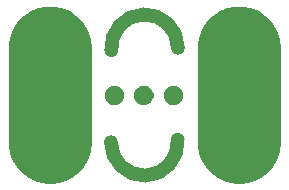
<source format=gbs>
%TF.GenerationSoftware,KiCad,Pcbnew,4.0.7-e2-6376~58~ubuntu16.04.1*%
%TF.CreationDate,2017-10-07T12:25:07-07:00*%
%TF.ProjectId,2x3-Slide-Switch-EG1218-TH,3278332D536C6964652D537769746368,v1.3*%
%TF.FileFunction,Soldermask,Bot*%
%FSLAX46Y46*%
G04 Gerber Fmt 4.6, Leading zero omitted, Abs format (unit mm)*
G04 Created by KiCad (PCBNEW 4.0.7-e2-6376~58~ubuntu16.04.1) date Sat Oct  7 12:25:07 2017*
%MOMM*%
%LPD*%
G01*
G04 APERTURE LIST*
%ADD10C,0.350000*%
%ADD11C,1.200000*%
%ADD12C,7.000000*%
G04 APERTURE END LIST*
D10*
D11*
X16387233Y-33218120D02*
G75*
G03X10741120Y-33421320I-2826713J0D01*
G01*
D12*
X5559520Y-33219120D02*
X5559520Y-41219120D01*
X21559520Y-33219120D02*
X21559520Y-41219120D01*
D11*
X10715720Y-41219120D02*
G75*
G03X16361833Y-41015920I2826713J0D01*
G01*
D10*
G36*
X5924644Y-37745233D02*
X6592431Y-37882310D01*
X7220889Y-38146489D01*
X7786058Y-38527701D01*
X8266419Y-39011427D01*
X8643675Y-39579244D01*
X8903457Y-40209523D01*
X9035802Y-40877912D01*
X9035802Y-40877922D01*
X9035869Y-40878261D01*
X9024996Y-41656911D01*
X9024920Y-41657245D01*
X9024920Y-41657258D01*
X8873964Y-42321692D01*
X8596686Y-42944469D01*
X8203720Y-43501532D01*
X7710039Y-43971659D01*
X7134446Y-44336942D01*
X6498861Y-44583469D01*
X5827503Y-44701848D01*
X5145933Y-44687570D01*
X4480115Y-44541181D01*
X3855413Y-44268255D01*
X3295624Y-43879192D01*
X2822063Y-43388805D01*
X2452770Y-42815773D01*
X2201810Y-42181923D01*
X2078749Y-41511411D01*
X2088266Y-40829758D01*
X2230004Y-40162934D01*
X2498560Y-39536344D01*
X2883710Y-38973848D01*
X3370778Y-38496876D01*
X3941217Y-38123591D01*
X4573296Y-37868214D01*
X5242936Y-37740474D01*
X5924644Y-37745233D01*
X5924644Y-37745233D01*
G37*
G36*
X21924644Y-37745233D02*
X22592431Y-37882310D01*
X23220889Y-38146489D01*
X23786058Y-38527701D01*
X24266419Y-39011427D01*
X24643675Y-39579244D01*
X24903457Y-40209523D01*
X25035802Y-40877912D01*
X25035802Y-40877922D01*
X25035869Y-40878261D01*
X25024996Y-41656911D01*
X25024920Y-41657245D01*
X25024920Y-41657258D01*
X24873964Y-42321692D01*
X24596686Y-42944469D01*
X24203720Y-43501532D01*
X23710039Y-43971659D01*
X23134446Y-44336942D01*
X22498861Y-44583469D01*
X21827503Y-44701848D01*
X21145933Y-44687570D01*
X20480115Y-44541181D01*
X19855413Y-44268255D01*
X19295624Y-43879192D01*
X18822063Y-43388805D01*
X18452770Y-42815773D01*
X18201810Y-42181923D01*
X18078749Y-41511411D01*
X18088266Y-40829758D01*
X18230004Y-40162934D01*
X18498560Y-39536344D01*
X18883710Y-38973848D01*
X19370778Y-38496876D01*
X19941217Y-38123591D01*
X20573296Y-37868214D01*
X21242936Y-37740474D01*
X21924644Y-37745233D01*
X21924644Y-37745233D01*
G37*
G36*
X11085703Y-36418369D02*
X11244413Y-36450948D01*
X11393786Y-36513738D01*
X11528110Y-36604342D01*
X11642279Y-36719310D01*
X11731941Y-36854263D01*
X11793685Y-37004064D01*
X11822874Y-37151480D01*
X11825156Y-37163007D01*
X11822572Y-37348071D01*
X11822494Y-37348414D01*
X11822494Y-37348418D01*
X11786675Y-37506075D01*
X11720775Y-37654089D01*
X11627377Y-37786488D01*
X11510041Y-37898226D01*
X11373237Y-37985045D01*
X11222177Y-38043637D01*
X11062614Y-38071773D01*
X10900621Y-38068379D01*
X10742373Y-38033586D01*
X10593897Y-37968718D01*
X10460853Y-37876250D01*
X10348300Y-37759698D01*
X10260528Y-37623502D01*
X10200880Y-37472849D01*
X10171633Y-37313492D01*
X10173894Y-37151480D01*
X10207582Y-36992992D01*
X10271410Y-36844069D01*
X10362951Y-36710378D01*
X10478713Y-36597015D01*
X10614293Y-36508294D01*
X10764522Y-36447597D01*
X10923675Y-36417238D01*
X11085703Y-36418369D01*
X11085703Y-36418369D01*
G37*
G36*
X13585703Y-36418369D02*
X13744413Y-36450948D01*
X13893786Y-36513738D01*
X14028110Y-36604342D01*
X14142279Y-36719310D01*
X14231941Y-36854263D01*
X14293685Y-37004064D01*
X14322874Y-37151480D01*
X14325156Y-37163007D01*
X14322572Y-37348071D01*
X14322494Y-37348414D01*
X14322494Y-37348418D01*
X14286675Y-37506075D01*
X14220775Y-37654089D01*
X14127377Y-37786488D01*
X14010041Y-37898226D01*
X13873237Y-37985045D01*
X13722177Y-38043637D01*
X13562614Y-38071773D01*
X13400621Y-38068379D01*
X13242373Y-38033586D01*
X13093897Y-37968718D01*
X12960853Y-37876250D01*
X12848300Y-37759698D01*
X12760528Y-37623502D01*
X12700880Y-37472849D01*
X12671633Y-37313492D01*
X12673894Y-37151480D01*
X12707582Y-36992992D01*
X12771410Y-36844069D01*
X12862951Y-36710378D01*
X12978713Y-36597015D01*
X13114293Y-36508294D01*
X13264522Y-36447597D01*
X13423675Y-36417238D01*
X13585703Y-36418369D01*
X13585703Y-36418369D01*
G37*
G36*
X16085703Y-36418369D02*
X16244413Y-36450948D01*
X16393786Y-36513738D01*
X16528110Y-36604342D01*
X16642279Y-36719310D01*
X16731941Y-36854263D01*
X16793685Y-37004064D01*
X16822874Y-37151480D01*
X16825156Y-37163007D01*
X16822572Y-37348071D01*
X16822494Y-37348414D01*
X16822494Y-37348418D01*
X16786675Y-37506075D01*
X16720775Y-37654089D01*
X16627377Y-37786488D01*
X16510041Y-37898226D01*
X16373237Y-37985045D01*
X16222177Y-38043637D01*
X16062614Y-38071773D01*
X15900621Y-38068379D01*
X15742373Y-38033586D01*
X15593897Y-37968718D01*
X15460853Y-37876250D01*
X15348300Y-37759698D01*
X15260528Y-37623502D01*
X15200880Y-37472849D01*
X15171633Y-37313492D01*
X15173894Y-37151480D01*
X15207582Y-36992992D01*
X15271410Y-36844069D01*
X15362951Y-36710378D01*
X15478713Y-36597015D01*
X15614293Y-36508294D01*
X15764522Y-36447597D01*
X15923675Y-36417238D01*
X16085703Y-36418369D01*
X16085703Y-36418369D01*
G37*
G36*
X5924644Y-29745233D02*
X6592431Y-29882310D01*
X7220889Y-30146489D01*
X7786058Y-30527701D01*
X8266419Y-31011427D01*
X8643675Y-31579244D01*
X8903457Y-32209523D01*
X9035802Y-32877912D01*
X9035802Y-32877922D01*
X9035869Y-32878261D01*
X9024996Y-33656911D01*
X9024920Y-33657245D01*
X9024920Y-33657258D01*
X8873964Y-34321692D01*
X8596686Y-34944469D01*
X8203720Y-35501532D01*
X7710039Y-35971659D01*
X7134446Y-36336942D01*
X6498861Y-36583469D01*
X5827503Y-36701848D01*
X5145933Y-36687570D01*
X4480115Y-36541181D01*
X3855413Y-36268255D01*
X3295624Y-35879192D01*
X2822063Y-35388805D01*
X2452770Y-34815773D01*
X2201810Y-34181923D01*
X2078749Y-33511411D01*
X2088266Y-32829758D01*
X2230004Y-32162934D01*
X2498560Y-31536344D01*
X2883710Y-30973848D01*
X3370778Y-30496876D01*
X3941217Y-30123591D01*
X4573296Y-29868214D01*
X5242936Y-29740474D01*
X5924644Y-29745233D01*
X5924644Y-29745233D01*
G37*
G36*
X21924644Y-29745233D02*
X22592431Y-29882310D01*
X23220889Y-30146489D01*
X23786058Y-30527701D01*
X24266419Y-31011427D01*
X24643675Y-31579244D01*
X24903457Y-32209523D01*
X25035802Y-32877912D01*
X25035802Y-32877922D01*
X25035869Y-32878261D01*
X25024996Y-33656911D01*
X25024920Y-33657245D01*
X25024920Y-33657258D01*
X24873964Y-34321692D01*
X24596686Y-34944469D01*
X24203720Y-35501532D01*
X23710039Y-35971659D01*
X23134446Y-36336942D01*
X22498861Y-36583469D01*
X21827503Y-36701848D01*
X21145933Y-36687570D01*
X20480115Y-36541181D01*
X19855413Y-36268255D01*
X19295624Y-35879192D01*
X18822063Y-35388805D01*
X18452770Y-34815773D01*
X18201810Y-34181923D01*
X18078749Y-33511411D01*
X18088266Y-32829758D01*
X18230004Y-32162934D01*
X18498560Y-31536344D01*
X18883710Y-30973848D01*
X19370778Y-30496876D01*
X19941217Y-30123591D01*
X20573296Y-29868214D01*
X21242936Y-29740474D01*
X21924644Y-29745233D01*
X21924644Y-29745233D01*
G37*
M02*

</source>
